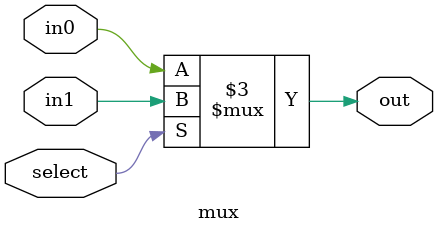
<source format=v>
module mux #(parameter width=1) (select,in0,in1,out);
    input [width-1:0] in0,in1;
    input select;
    output [width-1:0] out;

    reg [width-1:0] out;

    always @(select)
    begin
        if (select) out=in1;
        else out=in0;    
    end

endmodule // 选择器
</source>
